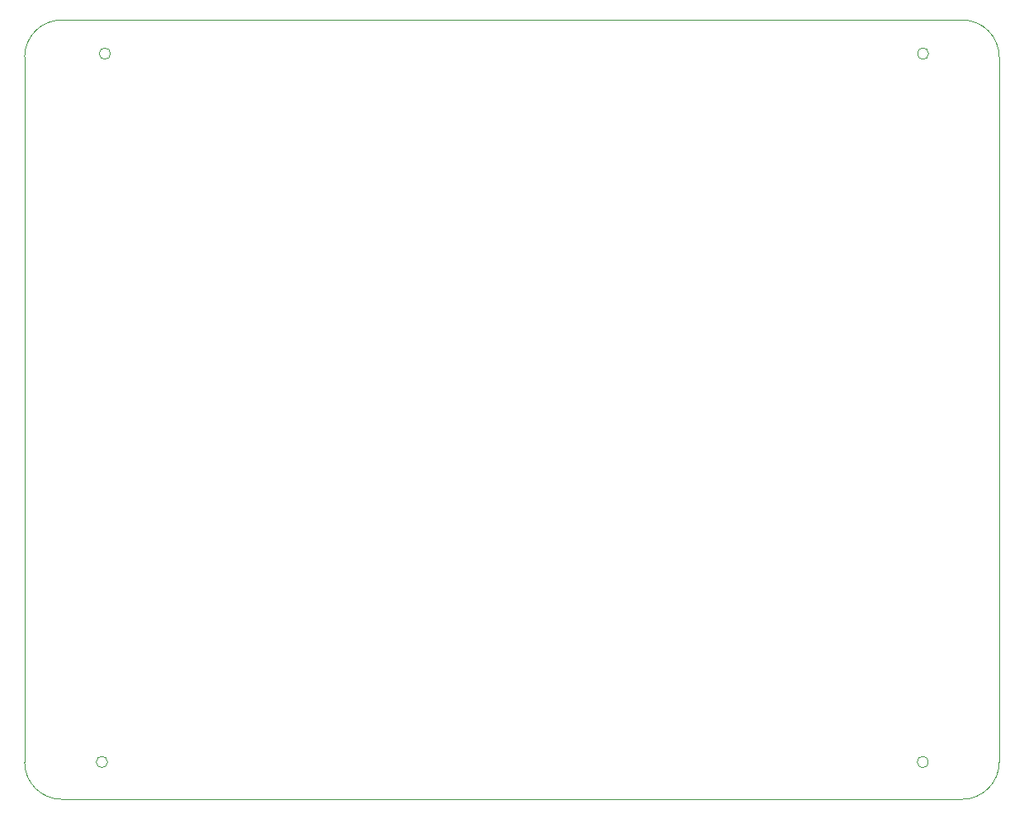
<source format=gbr>
%TF.GenerationSoftware,KiCad,Pcbnew,(5.1.8)-1*%
%TF.CreationDate,2021-01-18T01:00:06-05:00*%
%TF.ProjectId,Mercury,4d657263-7572-4792-9e6b-696361645f70,rev?*%
%TF.SameCoordinates,Original*%
%TF.FileFunction,Profile,NP*%
%FSLAX46Y46*%
G04 Gerber Fmt 4.6, Leading zero omitted, Abs format (unit mm)*
G04 Created by KiCad (PCBNEW (5.1.8)-1) date 2021-01-18 01:00:06*
%MOMM*%
%LPD*%
G01*
G04 APERTURE LIST*
%TA.AperFunction,Profile*%
%ADD10C,0.050000*%
%TD*%
G04 APERTURE END LIST*
D10*
X22928000Y-93014800D02*
G75*
G03*
X22928000Y-93014800I-576000J0D01*
G01*
X107154400Y-93014800D02*
G75*
G03*
X107154400Y-93014800I-576000J0D01*
G01*
X107179800Y-20294600D02*
G75*
G03*
X107179800Y-20294600I-576000J0D01*
G01*
X23232800Y-20294600D02*
G75*
G03*
X23232800Y-20294600I-576000J0D01*
G01*
X114420000Y-93040000D02*
G75*
G02*
X110620000Y-96840000I-3800000J0D01*
G01*
X110620000Y-16840000D02*
G75*
G02*
X114420000Y-20640000I0J-3800000D01*
G01*
X14420000Y-20640000D02*
G75*
G02*
X18220000Y-16840000I3800000J0D01*
G01*
X18220000Y-96840000D02*
G75*
G02*
X14420000Y-93040000I0J3800000D01*
G01*
X114420000Y-20640000D02*
X114420000Y-93040000D01*
X18220000Y-16840000D02*
X110620000Y-16840000D01*
X14420000Y-93040000D02*
X14420000Y-20640000D01*
X110620000Y-96840000D02*
X18220000Y-96840000D01*
M02*

</source>
